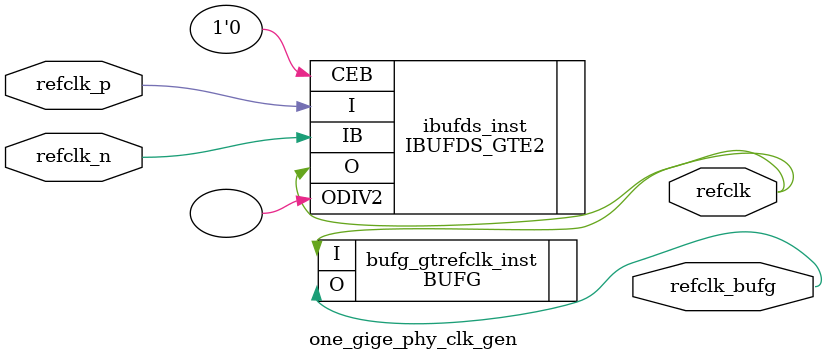
<source format=v>

module one_gige_phy_clk_gen 
(
   input  refclk_p,
   input  refclk_n,
   output refclk,
   output refclk_bufg
);

   IBUFDS_GTE2 ibufds_inst (
      .O     (refclk),
      .ODIV2 (),
      .CEB   (1'b0),
      .I     (refclk_p),
      .IB    (refclk_n)
   );

   BUFG bufg_gtrefclk_inst (
      .I(refclk),
      .O(refclk_bufg)
   );

endmodule




</source>
